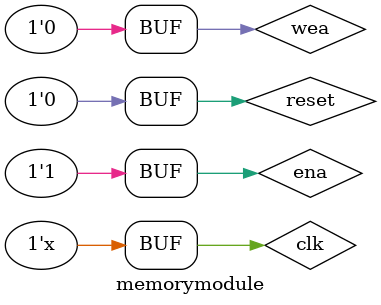
<source format=v>
`timescale 1ns/1ps

module memorymodule;
wire [7:0] data,din;
reg ena,wea;
reg clk;
reg reset; //i/p--wire
reg [7:0] memory[0:7]; //declare an 8-byte memory
reg [2:0] address;
integer file1;

/*
vio_0 your_instance_name (
  .clk(clk),                // input wire clk
  .probe_in0(data),    // input wire [7 : 0] probe_in0
  .probe_out0(reset)  // output wire [0 : 0] probe_out0
);

ila_0 instance_name1 (
	.clk(clk), // input wire clk
	.probe0(data), // input wire [7:0]  probe0  
	.probe1(clk), // input wire [0:0]  probe1 
	.probe2(address) // input wire [2:0]  probe2 
	
);
*/

always 
#5 clk = ~clk;

initial begin
clk=0;
address=3'b000;

end

initial begin

reset=1;
#10;
reset=0;
end

//1st step - Add block RAM
blk_mem_gen_0 mem_instance_name (
  .clka(clk),    // input wire clka
  .ena(ena),      // input wire ena
  .wea(wea),      // input wire [0 : 0] wea
  .addra(address),  // input wire [2 : 0] addra
  .dina(din),    // input wire [7 : 0] dina
  .douta(data)  // output wire [7 : 0] douta
);

initial
begin
ena=1;
wea=0; //read only
address=3'b000;
//read memory file init.dat. address locations given in memory starting with @
//$readmemb("init.dat", memory);
/*
memory[0]=8'b00000000;
memory[1]=8'b00111110;
memory[2]=8'b00000000;
memory[3]=8'b00001100;
memory[4]=8'b00000000;
memory[5]=8'b00011000;
memory[6]=8'b00000000;
memory[7]=8'b01100000;
*/
end


always @(posedge clk)
//display contents of initialized memory
begin

if(reset)
 address=3'b000;
else
	begin
	//data=memory[address];
	//$display("Memory [%0d] = %b", address, data);
	address=address+3'b001;
	end

end
//$fdisplay(file1,"Memory [%0d] = %b", address,data);
//$fclose(file1);
endmodule


//testbench


/*
module testmemory;
reg clk, reset;
wire [7:0] data;
memorymodule uut (.clk(clk),.data(data),.reset(reset));


initial
begin
clk=0;
reset=1;
#10;
reset=0;
$dumpfile ("mem_out.vcd"); 
$dumpvars(0,testmemory);
end

always 
begin
#10 clk=~clk;
end


endmodule
*/

</source>
